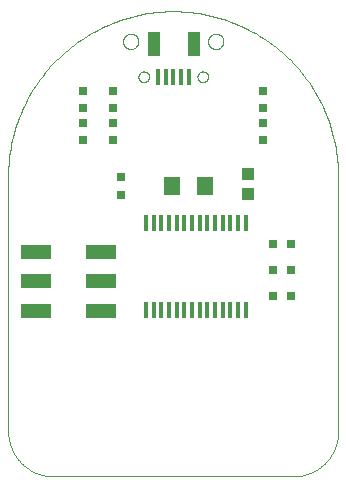
<source format=gtp>
G75*
%MOIN*%
%OFA0B0*%
%FSLAX25Y25*%
%IPPOS*%
%LPD*%
%AMOC8*
5,1,8,0,0,1.08239X$1,22.5*
%
%ADD10R,0.05512X0.06299*%
%ADD11R,0.01370X0.05500*%
%ADD12R,0.03937X0.04331*%
%ADD13R,0.01378X0.05315*%
%ADD14C,0.00000*%
%ADD15R,0.04331X0.08268*%
%ADD16R,0.10236X0.04724*%
%ADD17R,0.03150X0.03150*%
D10*
X0061288Y0115906D03*
X0072312Y0115906D03*
D11*
X0073139Y0103400D03*
X0075698Y0103400D03*
X0078257Y0103400D03*
X0080816Y0103400D03*
X0083375Y0103400D03*
X0085934Y0103400D03*
X0070580Y0103400D03*
X0068020Y0103400D03*
X0065461Y0103400D03*
X0062902Y0103400D03*
X0060343Y0103400D03*
X0057784Y0103400D03*
X0055225Y0103400D03*
X0052666Y0103400D03*
X0052666Y0074612D03*
X0055225Y0074612D03*
X0057784Y0074612D03*
X0060343Y0074612D03*
X0062902Y0074612D03*
X0065461Y0074612D03*
X0068020Y0074612D03*
X0070580Y0074612D03*
X0073139Y0074612D03*
X0075698Y0074612D03*
X0078257Y0074612D03*
X0080816Y0074612D03*
X0083375Y0074612D03*
X0085934Y0074612D03*
D12*
X0086800Y0113159D03*
X0086800Y0119852D03*
D13*
X0066918Y0152195D03*
X0064359Y0152195D03*
X0061800Y0152195D03*
X0059241Y0152195D03*
X0056682Y0152195D03*
D14*
X0021800Y0019006D02*
X0101800Y0019006D01*
X0102162Y0019010D01*
X0102525Y0019024D01*
X0102887Y0019045D01*
X0103248Y0019076D01*
X0103608Y0019115D01*
X0103967Y0019163D01*
X0104325Y0019220D01*
X0104682Y0019285D01*
X0105037Y0019359D01*
X0105390Y0019442D01*
X0105741Y0019533D01*
X0106089Y0019632D01*
X0106435Y0019740D01*
X0106779Y0019856D01*
X0107119Y0019981D01*
X0107456Y0020113D01*
X0107790Y0020254D01*
X0108121Y0020403D01*
X0108448Y0020560D01*
X0108771Y0020724D01*
X0109090Y0020896D01*
X0109404Y0021076D01*
X0109715Y0021264D01*
X0110020Y0021459D01*
X0110321Y0021661D01*
X0110617Y0021871D01*
X0110907Y0022087D01*
X0111193Y0022311D01*
X0111473Y0022541D01*
X0111747Y0022778D01*
X0112015Y0023022D01*
X0112278Y0023272D01*
X0112534Y0023528D01*
X0112784Y0023791D01*
X0113028Y0024059D01*
X0113265Y0024333D01*
X0113495Y0024613D01*
X0113719Y0024899D01*
X0113935Y0025189D01*
X0114145Y0025485D01*
X0114347Y0025786D01*
X0114542Y0026091D01*
X0114730Y0026402D01*
X0114910Y0026716D01*
X0115082Y0027035D01*
X0115246Y0027358D01*
X0115403Y0027685D01*
X0115552Y0028016D01*
X0115693Y0028350D01*
X0115825Y0028687D01*
X0115950Y0029027D01*
X0116066Y0029371D01*
X0116174Y0029717D01*
X0116273Y0030065D01*
X0116364Y0030416D01*
X0116447Y0030769D01*
X0116521Y0031124D01*
X0116586Y0031481D01*
X0116643Y0031839D01*
X0116691Y0032198D01*
X0116730Y0032558D01*
X0116761Y0032919D01*
X0116782Y0033281D01*
X0116796Y0033644D01*
X0116800Y0034006D01*
X0116800Y0119006D01*
X0073414Y0164006D02*
X0073416Y0164107D01*
X0073422Y0164208D01*
X0073432Y0164309D01*
X0073446Y0164409D01*
X0073464Y0164508D01*
X0073486Y0164607D01*
X0073511Y0164705D01*
X0073541Y0164802D01*
X0073574Y0164897D01*
X0073611Y0164991D01*
X0073652Y0165084D01*
X0073696Y0165175D01*
X0073744Y0165264D01*
X0073796Y0165351D01*
X0073851Y0165436D01*
X0073909Y0165518D01*
X0073970Y0165599D01*
X0074035Y0165677D01*
X0074102Y0165752D01*
X0074172Y0165824D01*
X0074246Y0165894D01*
X0074322Y0165961D01*
X0074400Y0166025D01*
X0074481Y0166085D01*
X0074564Y0166142D01*
X0074650Y0166196D01*
X0074738Y0166247D01*
X0074827Y0166294D01*
X0074918Y0166338D01*
X0075011Y0166377D01*
X0075106Y0166414D01*
X0075201Y0166446D01*
X0075298Y0166475D01*
X0075397Y0166499D01*
X0075495Y0166520D01*
X0075595Y0166537D01*
X0075695Y0166550D01*
X0075796Y0166559D01*
X0075897Y0166564D01*
X0075998Y0166565D01*
X0076099Y0166562D01*
X0076200Y0166555D01*
X0076301Y0166544D01*
X0076401Y0166529D01*
X0076500Y0166510D01*
X0076599Y0166487D01*
X0076696Y0166461D01*
X0076793Y0166430D01*
X0076888Y0166396D01*
X0076981Y0166358D01*
X0077074Y0166316D01*
X0077164Y0166271D01*
X0077253Y0166222D01*
X0077339Y0166170D01*
X0077423Y0166114D01*
X0077506Y0166055D01*
X0077585Y0165993D01*
X0077663Y0165928D01*
X0077737Y0165860D01*
X0077809Y0165788D01*
X0077878Y0165715D01*
X0077944Y0165638D01*
X0078007Y0165559D01*
X0078067Y0165477D01*
X0078123Y0165393D01*
X0078176Y0165307D01*
X0078226Y0165219D01*
X0078272Y0165129D01*
X0078315Y0165038D01*
X0078354Y0164944D01*
X0078389Y0164849D01*
X0078420Y0164753D01*
X0078448Y0164656D01*
X0078472Y0164558D01*
X0078492Y0164459D01*
X0078508Y0164359D01*
X0078520Y0164258D01*
X0078528Y0164158D01*
X0078532Y0164057D01*
X0078532Y0163955D01*
X0078528Y0163854D01*
X0078520Y0163754D01*
X0078508Y0163653D01*
X0078492Y0163553D01*
X0078472Y0163454D01*
X0078448Y0163356D01*
X0078420Y0163259D01*
X0078389Y0163163D01*
X0078354Y0163068D01*
X0078315Y0162974D01*
X0078272Y0162883D01*
X0078226Y0162793D01*
X0078176Y0162705D01*
X0078123Y0162619D01*
X0078067Y0162535D01*
X0078007Y0162453D01*
X0077944Y0162374D01*
X0077878Y0162297D01*
X0077809Y0162224D01*
X0077737Y0162152D01*
X0077663Y0162084D01*
X0077585Y0162019D01*
X0077506Y0161957D01*
X0077423Y0161898D01*
X0077339Y0161842D01*
X0077252Y0161790D01*
X0077164Y0161741D01*
X0077074Y0161696D01*
X0076981Y0161654D01*
X0076888Y0161616D01*
X0076793Y0161582D01*
X0076696Y0161551D01*
X0076599Y0161525D01*
X0076500Y0161502D01*
X0076401Y0161483D01*
X0076301Y0161468D01*
X0076200Y0161457D01*
X0076099Y0161450D01*
X0075998Y0161447D01*
X0075897Y0161448D01*
X0075796Y0161453D01*
X0075695Y0161462D01*
X0075595Y0161475D01*
X0075495Y0161492D01*
X0075397Y0161513D01*
X0075298Y0161537D01*
X0075201Y0161566D01*
X0075106Y0161598D01*
X0075011Y0161635D01*
X0074918Y0161674D01*
X0074827Y0161718D01*
X0074738Y0161765D01*
X0074650Y0161816D01*
X0074564Y0161870D01*
X0074481Y0161927D01*
X0074400Y0161987D01*
X0074322Y0162051D01*
X0074246Y0162118D01*
X0074172Y0162188D01*
X0074102Y0162260D01*
X0074035Y0162335D01*
X0073970Y0162413D01*
X0073909Y0162494D01*
X0073851Y0162576D01*
X0073796Y0162661D01*
X0073744Y0162748D01*
X0073696Y0162837D01*
X0073652Y0162928D01*
X0073611Y0163021D01*
X0073574Y0163115D01*
X0073541Y0163210D01*
X0073511Y0163307D01*
X0073486Y0163405D01*
X0073464Y0163504D01*
X0073446Y0163603D01*
X0073432Y0163703D01*
X0073422Y0163804D01*
X0073416Y0163905D01*
X0073414Y0164006D01*
X0069871Y0152195D02*
X0069873Y0152279D01*
X0069879Y0152362D01*
X0069889Y0152445D01*
X0069903Y0152528D01*
X0069920Y0152610D01*
X0069942Y0152691D01*
X0069967Y0152770D01*
X0069996Y0152849D01*
X0070029Y0152926D01*
X0070065Y0153001D01*
X0070105Y0153075D01*
X0070148Y0153147D01*
X0070195Y0153216D01*
X0070245Y0153283D01*
X0070298Y0153348D01*
X0070354Y0153410D01*
X0070412Y0153470D01*
X0070474Y0153527D01*
X0070538Y0153580D01*
X0070605Y0153631D01*
X0070674Y0153678D01*
X0070745Y0153723D01*
X0070818Y0153763D01*
X0070893Y0153800D01*
X0070970Y0153834D01*
X0071048Y0153864D01*
X0071127Y0153890D01*
X0071208Y0153913D01*
X0071290Y0153931D01*
X0071372Y0153946D01*
X0071455Y0153957D01*
X0071538Y0153964D01*
X0071622Y0153967D01*
X0071706Y0153966D01*
X0071789Y0153961D01*
X0071873Y0153952D01*
X0071955Y0153939D01*
X0072037Y0153923D01*
X0072118Y0153902D01*
X0072199Y0153878D01*
X0072277Y0153850D01*
X0072355Y0153818D01*
X0072431Y0153782D01*
X0072505Y0153743D01*
X0072577Y0153701D01*
X0072647Y0153655D01*
X0072715Y0153606D01*
X0072780Y0153554D01*
X0072843Y0153499D01*
X0072903Y0153441D01*
X0072961Y0153380D01*
X0073015Y0153316D01*
X0073067Y0153250D01*
X0073115Y0153182D01*
X0073160Y0153111D01*
X0073201Y0153038D01*
X0073240Y0152964D01*
X0073274Y0152888D01*
X0073305Y0152810D01*
X0073332Y0152731D01*
X0073356Y0152650D01*
X0073375Y0152569D01*
X0073391Y0152487D01*
X0073403Y0152404D01*
X0073411Y0152320D01*
X0073415Y0152237D01*
X0073415Y0152153D01*
X0073411Y0152070D01*
X0073403Y0151986D01*
X0073391Y0151903D01*
X0073375Y0151821D01*
X0073356Y0151740D01*
X0073332Y0151659D01*
X0073305Y0151580D01*
X0073274Y0151502D01*
X0073240Y0151426D01*
X0073201Y0151352D01*
X0073160Y0151279D01*
X0073115Y0151208D01*
X0073067Y0151140D01*
X0073015Y0151074D01*
X0072961Y0151010D01*
X0072903Y0150949D01*
X0072843Y0150891D01*
X0072780Y0150836D01*
X0072715Y0150784D01*
X0072647Y0150735D01*
X0072577Y0150689D01*
X0072505Y0150647D01*
X0072431Y0150608D01*
X0072355Y0150572D01*
X0072277Y0150540D01*
X0072199Y0150512D01*
X0072118Y0150488D01*
X0072037Y0150467D01*
X0071955Y0150451D01*
X0071873Y0150438D01*
X0071789Y0150429D01*
X0071706Y0150424D01*
X0071622Y0150423D01*
X0071538Y0150426D01*
X0071455Y0150433D01*
X0071372Y0150444D01*
X0071290Y0150459D01*
X0071208Y0150477D01*
X0071127Y0150500D01*
X0071048Y0150526D01*
X0070970Y0150556D01*
X0070893Y0150590D01*
X0070818Y0150627D01*
X0070745Y0150667D01*
X0070674Y0150712D01*
X0070605Y0150759D01*
X0070538Y0150810D01*
X0070474Y0150863D01*
X0070412Y0150920D01*
X0070354Y0150980D01*
X0070298Y0151042D01*
X0070245Y0151107D01*
X0070195Y0151174D01*
X0070148Y0151243D01*
X0070105Y0151315D01*
X0070065Y0151389D01*
X0070029Y0151464D01*
X0069996Y0151541D01*
X0069967Y0151620D01*
X0069942Y0151699D01*
X0069920Y0151780D01*
X0069903Y0151862D01*
X0069889Y0151945D01*
X0069879Y0152028D01*
X0069873Y0152111D01*
X0069871Y0152195D01*
X0050185Y0152195D02*
X0050187Y0152279D01*
X0050193Y0152362D01*
X0050203Y0152445D01*
X0050217Y0152528D01*
X0050234Y0152610D01*
X0050256Y0152691D01*
X0050281Y0152770D01*
X0050310Y0152849D01*
X0050343Y0152926D01*
X0050379Y0153001D01*
X0050419Y0153075D01*
X0050462Y0153147D01*
X0050509Y0153216D01*
X0050559Y0153283D01*
X0050612Y0153348D01*
X0050668Y0153410D01*
X0050726Y0153470D01*
X0050788Y0153527D01*
X0050852Y0153580D01*
X0050919Y0153631D01*
X0050988Y0153678D01*
X0051059Y0153723D01*
X0051132Y0153763D01*
X0051207Y0153800D01*
X0051284Y0153834D01*
X0051362Y0153864D01*
X0051441Y0153890D01*
X0051522Y0153913D01*
X0051604Y0153931D01*
X0051686Y0153946D01*
X0051769Y0153957D01*
X0051852Y0153964D01*
X0051936Y0153967D01*
X0052020Y0153966D01*
X0052103Y0153961D01*
X0052187Y0153952D01*
X0052269Y0153939D01*
X0052351Y0153923D01*
X0052432Y0153902D01*
X0052513Y0153878D01*
X0052591Y0153850D01*
X0052669Y0153818D01*
X0052745Y0153782D01*
X0052819Y0153743D01*
X0052891Y0153701D01*
X0052961Y0153655D01*
X0053029Y0153606D01*
X0053094Y0153554D01*
X0053157Y0153499D01*
X0053217Y0153441D01*
X0053275Y0153380D01*
X0053329Y0153316D01*
X0053381Y0153250D01*
X0053429Y0153182D01*
X0053474Y0153111D01*
X0053515Y0153038D01*
X0053554Y0152964D01*
X0053588Y0152888D01*
X0053619Y0152810D01*
X0053646Y0152731D01*
X0053670Y0152650D01*
X0053689Y0152569D01*
X0053705Y0152487D01*
X0053717Y0152404D01*
X0053725Y0152320D01*
X0053729Y0152237D01*
X0053729Y0152153D01*
X0053725Y0152070D01*
X0053717Y0151986D01*
X0053705Y0151903D01*
X0053689Y0151821D01*
X0053670Y0151740D01*
X0053646Y0151659D01*
X0053619Y0151580D01*
X0053588Y0151502D01*
X0053554Y0151426D01*
X0053515Y0151352D01*
X0053474Y0151279D01*
X0053429Y0151208D01*
X0053381Y0151140D01*
X0053329Y0151074D01*
X0053275Y0151010D01*
X0053217Y0150949D01*
X0053157Y0150891D01*
X0053094Y0150836D01*
X0053029Y0150784D01*
X0052961Y0150735D01*
X0052891Y0150689D01*
X0052819Y0150647D01*
X0052745Y0150608D01*
X0052669Y0150572D01*
X0052591Y0150540D01*
X0052513Y0150512D01*
X0052432Y0150488D01*
X0052351Y0150467D01*
X0052269Y0150451D01*
X0052187Y0150438D01*
X0052103Y0150429D01*
X0052020Y0150424D01*
X0051936Y0150423D01*
X0051852Y0150426D01*
X0051769Y0150433D01*
X0051686Y0150444D01*
X0051604Y0150459D01*
X0051522Y0150477D01*
X0051441Y0150500D01*
X0051362Y0150526D01*
X0051284Y0150556D01*
X0051207Y0150590D01*
X0051132Y0150627D01*
X0051059Y0150667D01*
X0050988Y0150712D01*
X0050919Y0150759D01*
X0050852Y0150810D01*
X0050788Y0150863D01*
X0050726Y0150920D01*
X0050668Y0150980D01*
X0050612Y0151042D01*
X0050559Y0151107D01*
X0050509Y0151174D01*
X0050462Y0151243D01*
X0050419Y0151315D01*
X0050379Y0151389D01*
X0050343Y0151464D01*
X0050310Y0151541D01*
X0050281Y0151620D01*
X0050256Y0151699D01*
X0050234Y0151780D01*
X0050217Y0151862D01*
X0050203Y0151945D01*
X0050193Y0152028D01*
X0050187Y0152111D01*
X0050185Y0152195D01*
X0045068Y0164006D02*
X0045070Y0164107D01*
X0045076Y0164208D01*
X0045086Y0164309D01*
X0045100Y0164409D01*
X0045118Y0164508D01*
X0045140Y0164607D01*
X0045165Y0164705D01*
X0045195Y0164802D01*
X0045228Y0164897D01*
X0045265Y0164991D01*
X0045306Y0165084D01*
X0045350Y0165175D01*
X0045398Y0165264D01*
X0045450Y0165351D01*
X0045505Y0165436D01*
X0045563Y0165518D01*
X0045624Y0165599D01*
X0045689Y0165677D01*
X0045756Y0165752D01*
X0045826Y0165824D01*
X0045900Y0165894D01*
X0045976Y0165961D01*
X0046054Y0166025D01*
X0046135Y0166085D01*
X0046218Y0166142D01*
X0046304Y0166196D01*
X0046392Y0166247D01*
X0046481Y0166294D01*
X0046572Y0166338D01*
X0046665Y0166377D01*
X0046760Y0166414D01*
X0046855Y0166446D01*
X0046952Y0166475D01*
X0047051Y0166499D01*
X0047149Y0166520D01*
X0047249Y0166537D01*
X0047349Y0166550D01*
X0047450Y0166559D01*
X0047551Y0166564D01*
X0047652Y0166565D01*
X0047753Y0166562D01*
X0047854Y0166555D01*
X0047955Y0166544D01*
X0048055Y0166529D01*
X0048154Y0166510D01*
X0048253Y0166487D01*
X0048350Y0166461D01*
X0048447Y0166430D01*
X0048542Y0166396D01*
X0048635Y0166358D01*
X0048728Y0166316D01*
X0048818Y0166271D01*
X0048907Y0166222D01*
X0048993Y0166170D01*
X0049077Y0166114D01*
X0049160Y0166055D01*
X0049239Y0165993D01*
X0049317Y0165928D01*
X0049391Y0165860D01*
X0049463Y0165788D01*
X0049532Y0165715D01*
X0049598Y0165638D01*
X0049661Y0165559D01*
X0049721Y0165477D01*
X0049777Y0165393D01*
X0049830Y0165307D01*
X0049880Y0165219D01*
X0049926Y0165129D01*
X0049969Y0165038D01*
X0050008Y0164944D01*
X0050043Y0164849D01*
X0050074Y0164753D01*
X0050102Y0164656D01*
X0050126Y0164558D01*
X0050146Y0164459D01*
X0050162Y0164359D01*
X0050174Y0164258D01*
X0050182Y0164158D01*
X0050186Y0164057D01*
X0050186Y0163955D01*
X0050182Y0163854D01*
X0050174Y0163754D01*
X0050162Y0163653D01*
X0050146Y0163553D01*
X0050126Y0163454D01*
X0050102Y0163356D01*
X0050074Y0163259D01*
X0050043Y0163163D01*
X0050008Y0163068D01*
X0049969Y0162974D01*
X0049926Y0162883D01*
X0049880Y0162793D01*
X0049830Y0162705D01*
X0049777Y0162619D01*
X0049721Y0162535D01*
X0049661Y0162453D01*
X0049598Y0162374D01*
X0049532Y0162297D01*
X0049463Y0162224D01*
X0049391Y0162152D01*
X0049317Y0162084D01*
X0049239Y0162019D01*
X0049160Y0161957D01*
X0049077Y0161898D01*
X0048993Y0161842D01*
X0048906Y0161790D01*
X0048818Y0161741D01*
X0048728Y0161696D01*
X0048635Y0161654D01*
X0048542Y0161616D01*
X0048447Y0161582D01*
X0048350Y0161551D01*
X0048253Y0161525D01*
X0048154Y0161502D01*
X0048055Y0161483D01*
X0047955Y0161468D01*
X0047854Y0161457D01*
X0047753Y0161450D01*
X0047652Y0161447D01*
X0047551Y0161448D01*
X0047450Y0161453D01*
X0047349Y0161462D01*
X0047249Y0161475D01*
X0047149Y0161492D01*
X0047051Y0161513D01*
X0046952Y0161537D01*
X0046855Y0161566D01*
X0046760Y0161598D01*
X0046665Y0161635D01*
X0046572Y0161674D01*
X0046481Y0161718D01*
X0046392Y0161765D01*
X0046304Y0161816D01*
X0046218Y0161870D01*
X0046135Y0161927D01*
X0046054Y0161987D01*
X0045976Y0162051D01*
X0045900Y0162118D01*
X0045826Y0162188D01*
X0045756Y0162260D01*
X0045689Y0162335D01*
X0045624Y0162413D01*
X0045563Y0162494D01*
X0045505Y0162576D01*
X0045450Y0162661D01*
X0045398Y0162748D01*
X0045350Y0162837D01*
X0045306Y0162928D01*
X0045265Y0163021D01*
X0045228Y0163115D01*
X0045195Y0163210D01*
X0045165Y0163307D01*
X0045140Y0163405D01*
X0045118Y0163504D01*
X0045100Y0163603D01*
X0045086Y0163703D01*
X0045076Y0163804D01*
X0045070Y0163905D01*
X0045068Y0164006D01*
X0006800Y0119006D02*
X0006816Y0120345D01*
X0006865Y0121684D01*
X0006947Y0123021D01*
X0007061Y0124355D01*
X0007207Y0125687D01*
X0007386Y0127014D01*
X0007597Y0128337D01*
X0007841Y0129654D01*
X0008116Y0130965D01*
X0008423Y0132268D01*
X0008762Y0133564D01*
X0009132Y0134851D01*
X0009533Y0136129D01*
X0009966Y0137397D01*
X0010429Y0138654D01*
X0010923Y0139899D01*
X0011447Y0141132D01*
X0012000Y0142351D01*
X0012584Y0143557D01*
X0013196Y0144748D01*
X0013837Y0145924D01*
X0014507Y0147084D01*
X0015205Y0148227D01*
X0015930Y0149353D01*
X0016683Y0150461D01*
X0017462Y0151551D01*
X0018268Y0152621D01*
X0019099Y0153671D01*
X0019956Y0154700D01*
X0020838Y0155709D01*
X0021743Y0156695D01*
X0022673Y0157659D01*
X0023626Y0158601D01*
X0024601Y0159519D01*
X0025599Y0160412D01*
X0026618Y0161282D01*
X0027658Y0162126D01*
X0028718Y0162944D01*
X0029798Y0163737D01*
X0030896Y0164503D01*
X0032014Y0165242D01*
X0033148Y0165954D01*
X0034300Y0166637D01*
X0035468Y0167293D01*
X0036652Y0167920D01*
X0037850Y0168518D01*
X0039063Y0169086D01*
X0040289Y0169625D01*
X0041528Y0170134D01*
X0042779Y0170612D01*
X0044042Y0171060D01*
X0045314Y0171477D01*
X0046597Y0171863D01*
X0047889Y0172218D01*
X0049189Y0172541D01*
X0050496Y0172832D01*
X0051810Y0173091D01*
X0053130Y0173318D01*
X0054455Y0173513D01*
X0055785Y0173676D01*
X0057118Y0173806D01*
X0058453Y0173904D01*
X0059791Y0173969D01*
X0061130Y0174002D01*
X0062470Y0174002D01*
X0063809Y0173969D01*
X0065147Y0173904D01*
X0066482Y0173806D01*
X0067815Y0173676D01*
X0069145Y0173513D01*
X0070470Y0173318D01*
X0071790Y0173091D01*
X0073104Y0172832D01*
X0074411Y0172541D01*
X0075711Y0172218D01*
X0077003Y0171863D01*
X0078286Y0171477D01*
X0079558Y0171060D01*
X0080821Y0170612D01*
X0082072Y0170134D01*
X0083311Y0169625D01*
X0084537Y0169086D01*
X0085750Y0168518D01*
X0086948Y0167920D01*
X0088132Y0167293D01*
X0089300Y0166637D01*
X0090452Y0165954D01*
X0091586Y0165242D01*
X0092704Y0164503D01*
X0093802Y0163737D01*
X0094882Y0162944D01*
X0095942Y0162126D01*
X0096982Y0161282D01*
X0098001Y0160412D01*
X0098999Y0159519D01*
X0099974Y0158601D01*
X0100927Y0157659D01*
X0101857Y0156695D01*
X0102762Y0155709D01*
X0103644Y0154700D01*
X0104501Y0153671D01*
X0105332Y0152621D01*
X0106138Y0151551D01*
X0106917Y0150461D01*
X0107670Y0149353D01*
X0108395Y0148227D01*
X0109093Y0147084D01*
X0109763Y0145924D01*
X0110404Y0144748D01*
X0111016Y0143557D01*
X0111600Y0142351D01*
X0112153Y0141132D01*
X0112677Y0139899D01*
X0113171Y0138654D01*
X0113634Y0137397D01*
X0114067Y0136129D01*
X0114468Y0134851D01*
X0114838Y0133564D01*
X0115177Y0132268D01*
X0115484Y0130965D01*
X0115759Y0129654D01*
X0116003Y0128337D01*
X0116214Y0127014D01*
X0116393Y0125687D01*
X0116539Y0124355D01*
X0116653Y0123021D01*
X0116735Y0121684D01*
X0116784Y0120345D01*
X0116800Y0119006D01*
X0021800Y0019006D02*
X0021438Y0019010D01*
X0021075Y0019024D01*
X0020713Y0019045D01*
X0020352Y0019076D01*
X0019992Y0019115D01*
X0019633Y0019163D01*
X0019275Y0019220D01*
X0018918Y0019285D01*
X0018563Y0019359D01*
X0018210Y0019442D01*
X0017859Y0019533D01*
X0017511Y0019632D01*
X0017165Y0019740D01*
X0016821Y0019856D01*
X0016481Y0019981D01*
X0016144Y0020113D01*
X0015810Y0020254D01*
X0015479Y0020403D01*
X0015152Y0020560D01*
X0014829Y0020724D01*
X0014510Y0020896D01*
X0014196Y0021076D01*
X0013885Y0021264D01*
X0013580Y0021459D01*
X0013279Y0021661D01*
X0012983Y0021871D01*
X0012693Y0022087D01*
X0012407Y0022311D01*
X0012127Y0022541D01*
X0011853Y0022778D01*
X0011585Y0023022D01*
X0011322Y0023272D01*
X0011066Y0023528D01*
X0010816Y0023791D01*
X0010572Y0024059D01*
X0010335Y0024333D01*
X0010105Y0024613D01*
X0009881Y0024899D01*
X0009665Y0025189D01*
X0009455Y0025485D01*
X0009253Y0025786D01*
X0009058Y0026091D01*
X0008870Y0026402D01*
X0008690Y0026716D01*
X0008518Y0027035D01*
X0008354Y0027358D01*
X0008197Y0027685D01*
X0008048Y0028016D01*
X0007907Y0028350D01*
X0007775Y0028687D01*
X0007650Y0029027D01*
X0007534Y0029371D01*
X0007426Y0029717D01*
X0007327Y0030065D01*
X0007236Y0030416D01*
X0007153Y0030769D01*
X0007079Y0031124D01*
X0007014Y0031481D01*
X0006957Y0031839D01*
X0006909Y0032198D01*
X0006870Y0032558D01*
X0006839Y0032919D01*
X0006818Y0033281D01*
X0006804Y0033644D01*
X0006800Y0034006D01*
X0006800Y0119006D01*
D15*
X0055225Y0163037D03*
X0068769Y0163037D03*
D16*
X0037627Y0093848D03*
X0037627Y0084006D03*
X0037627Y0074163D03*
X0015973Y0074163D03*
X0015973Y0084006D03*
X0015973Y0093848D03*
D17*
X0031800Y0131053D03*
X0031800Y0136959D03*
X0031800Y0141703D03*
X0031800Y0147609D03*
X0041800Y0147609D03*
X0041800Y0141703D03*
X0041800Y0136959D03*
X0041800Y0131053D03*
X0044400Y0118859D03*
X0044400Y0112953D03*
X0091800Y0131053D03*
X0091800Y0136959D03*
X0091800Y0141703D03*
X0091800Y0147609D03*
X0095097Y0096606D03*
X0101003Y0096606D03*
X0101003Y0087806D03*
X0095097Y0087806D03*
X0095097Y0079006D03*
X0101003Y0079006D03*
M02*

</source>
